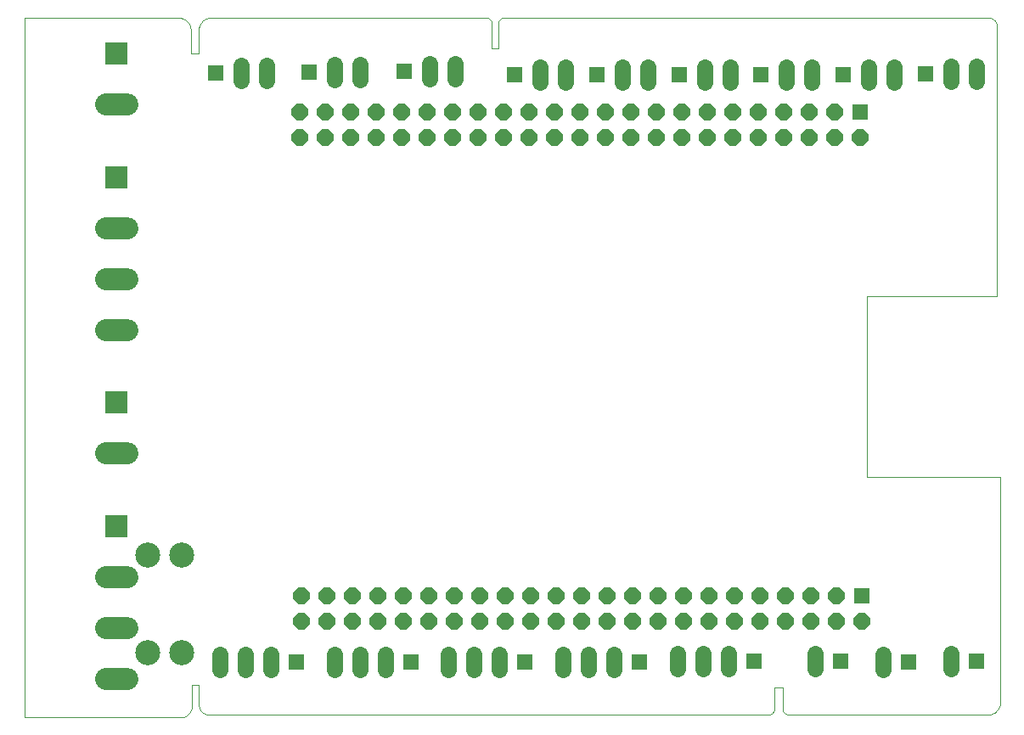
<source format=gbs>
G75*
G70*
%OFA0B0*%
%FSLAX24Y24*%
%IPPOS*%
%LPD*%
%AMOC8*
5,1,8,0,0,1.08239X$1,22.5*
%
%ADD10C,0.0000*%
%ADD11OC8,0.0640*%
%ADD12R,0.0640X0.0640*%
%ADD13C,0.0640*%
%ADD14R,0.0865X0.0865*%
%ADD15C,0.0865*%
%ADD16C,0.0985*%
D10*
X000474Y003346D02*
X006615Y003346D01*
X006616Y003346D02*
X006657Y003350D01*
X006699Y003358D01*
X006739Y003369D01*
X006778Y003384D01*
X006815Y003403D01*
X006851Y003425D01*
X006884Y003450D01*
X006915Y003478D01*
X006944Y003509D01*
X006969Y003542D01*
X006991Y003577D01*
X007010Y003615D01*
X007025Y003654D01*
X007037Y003694D01*
X007044Y003735D01*
X007048Y003777D01*
X007049Y003819D01*
X007049Y004626D01*
X007324Y004626D01*
X007324Y003858D01*
X007323Y003821D01*
X007327Y003784D01*
X007334Y003748D01*
X007344Y003713D01*
X007358Y003679D01*
X007376Y003646D01*
X007396Y003616D01*
X007419Y003587D01*
X007445Y003561D01*
X007474Y003538D01*
X007504Y003517D01*
X007536Y003500D01*
X007570Y003485D01*
X007606Y003475D01*
X007642Y003467D01*
X007678Y003464D01*
X029686Y003464D01*
X029714Y003466D01*
X029742Y003471D01*
X029770Y003479D01*
X029796Y003491D01*
X029820Y003506D01*
X029842Y003523D01*
X029863Y003544D01*
X029880Y003566D01*
X029895Y003590D01*
X029907Y003616D01*
X029915Y003644D01*
X029920Y003672D01*
X029922Y003700D01*
X029923Y003700D02*
X029923Y004527D01*
X030237Y004527D01*
X030237Y003700D01*
X030238Y003700D02*
X030240Y003672D01*
X030245Y003644D01*
X030253Y003616D01*
X030265Y003590D01*
X030280Y003566D01*
X030297Y003544D01*
X030318Y003523D01*
X030340Y003506D01*
X030364Y003491D01*
X030390Y003479D01*
X030418Y003471D01*
X030446Y003466D01*
X030474Y003464D01*
X038249Y003464D01*
X038249Y003465D02*
X038290Y003461D01*
X038332Y003462D01*
X038373Y003465D01*
X038414Y003473D01*
X038454Y003484D01*
X038493Y003498D01*
X038531Y003516D01*
X038566Y003537D01*
X038600Y003561D01*
X038632Y003588D01*
X038661Y003618D01*
X038688Y003650D01*
X038711Y003684D01*
X038732Y003720D01*
X038749Y003758D01*
X038763Y003797D01*
X038773Y003837D01*
X038780Y003878D01*
X038781Y003878D02*
X038781Y012795D01*
X033545Y012795D01*
X033545Y019882D01*
X038663Y019882D01*
X038663Y030511D01*
X038656Y030548D01*
X038645Y030583D01*
X038630Y030617D01*
X038612Y030650D01*
X038591Y030681D01*
X038567Y030709D01*
X038541Y030735D01*
X038512Y030759D01*
X038481Y030779D01*
X038448Y030796D01*
X038413Y030810D01*
X038378Y030820D01*
X038341Y030827D01*
X038304Y030831D01*
X038267Y030830D01*
X038230Y030826D01*
X019273Y030826D01*
X019245Y030819D01*
X019217Y030809D01*
X019192Y030796D01*
X019168Y030780D01*
X019146Y030762D01*
X019126Y030740D01*
X019109Y030717D01*
X019096Y030692D01*
X019085Y030665D01*
X019078Y030637D01*
X019074Y030608D01*
X019073Y030579D01*
X019076Y030551D01*
X019076Y029626D01*
X018820Y029626D01*
X018820Y030551D01*
X018823Y030579D01*
X018822Y030608D01*
X018818Y030637D01*
X018811Y030665D01*
X018800Y030692D01*
X018787Y030717D01*
X018770Y030740D01*
X018750Y030762D01*
X018728Y030780D01*
X018704Y030796D01*
X018679Y030809D01*
X018651Y030819D01*
X018623Y030826D01*
X007797Y030826D01*
X007756Y030824D01*
X007715Y030819D01*
X007675Y030810D01*
X007636Y030798D01*
X007598Y030782D01*
X007561Y030763D01*
X007526Y030741D01*
X007494Y030716D01*
X007463Y030688D01*
X007435Y030657D01*
X007410Y030625D01*
X007388Y030590D01*
X007369Y030553D01*
X007353Y030515D01*
X007341Y030476D01*
X007332Y030436D01*
X007327Y030395D01*
X007325Y030354D01*
X007324Y030354D02*
X007324Y029409D01*
X007009Y029409D01*
X007009Y030354D01*
X007010Y030354D02*
X007006Y030397D01*
X006999Y030439D01*
X006988Y030481D01*
X006973Y030521D01*
X006955Y030560D01*
X006934Y030597D01*
X006909Y030633D01*
X006882Y030666D01*
X006851Y030696D01*
X006819Y030724D01*
X006783Y030749D01*
X006746Y030770D01*
X006707Y030789D01*
X006667Y030804D01*
X006625Y030815D01*
X006583Y030823D01*
X006540Y030826D01*
X006497Y030827D01*
X006497Y030826D02*
X000474Y030826D01*
X000474Y003346D01*
D11*
X011340Y007137D03*
X012340Y007137D03*
X013340Y007137D03*
X014340Y007137D03*
X015340Y007137D03*
X016340Y007137D03*
X017340Y007137D03*
X018340Y007137D03*
X019340Y007137D03*
X020340Y007137D03*
X021340Y007137D03*
X022340Y007137D03*
X023340Y007137D03*
X024340Y007137D03*
X025340Y007137D03*
X026340Y007137D03*
X027340Y007137D03*
X028340Y007137D03*
X029340Y007137D03*
X030340Y007137D03*
X031340Y007137D03*
X032340Y007137D03*
X033340Y007137D03*
X032340Y008137D03*
X031340Y008137D03*
X030340Y008137D03*
X029340Y008137D03*
X028340Y008137D03*
X027340Y008137D03*
X026340Y008137D03*
X025340Y008137D03*
X024340Y008137D03*
X023340Y008137D03*
X022340Y008137D03*
X021340Y008137D03*
X020340Y008137D03*
X019340Y008137D03*
X018340Y008137D03*
X017340Y008137D03*
X016340Y008137D03*
X015340Y008137D03*
X014340Y008137D03*
X013340Y008137D03*
X012340Y008137D03*
X011340Y008137D03*
X011277Y026130D03*
X011277Y027130D03*
X012277Y027130D03*
X013277Y027130D03*
X014277Y027130D03*
X015277Y027130D03*
X016277Y027130D03*
X017277Y027130D03*
X018277Y027130D03*
X019277Y027130D03*
X020277Y027130D03*
X021277Y027130D03*
X022277Y027130D03*
X023277Y027130D03*
X024277Y027130D03*
X025277Y027130D03*
X026277Y027130D03*
X027277Y027130D03*
X028277Y027130D03*
X029277Y027130D03*
X030277Y027130D03*
X031277Y027130D03*
X032277Y027130D03*
X032277Y026130D03*
X033277Y026130D03*
X031277Y026130D03*
X030277Y026130D03*
X029277Y026130D03*
X028277Y026130D03*
X027277Y026130D03*
X026277Y026130D03*
X025277Y026130D03*
X024277Y026130D03*
X023277Y026130D03*
X022277Y026130D03*
X021277Y026130D03*
X020277Y026130D03*
X019277Y026130D03*
X018277Y026130D03*
X017277Y026130D03*
X016277Y026130D03*
X015277Y026130D03*
X014277Y026130D03*
X013277Y026130D03*
X012277Y026130D03*
D12*
X011659Y028681D03*
X007978Y028661D03*
X015379Y028720D03*
X019730Y028602D03*
X022938Y028602D03*
X026167Y028602D03*
X029375Y028602D03*
X032623Y028602D03*
X033277Y027130D03*
X035852Y028641D03*
X033340Y008137D03*
X032509Y005551D03*
X035186Y005511D03*
X037863Y005551D03*
X029100Y005551D03*
X024611Y005511D03*
X020123Y005511D03*
X015635Y005511D03*
X011147Y005511D03*
D13*
X010147Y005211D02*
X010147Y005811D01*
X009147Y005811D02*
X009147Y005211D01*
X008147Y005211D02*
X008147Y005811D01*
X012635Y005811D02*
X012635Y005211D01*
X013635Y005211D02*
X013635Y005811D01*
X014635Y005811D02*
X014635Y005211D01*
X017123Y005211D02*
X017123Y005811D01*
X018123Y005811D02*
X018123Y005211D01*
X019123Y005211D02*
X019123Y005811D01*
X021611Y005811D02*
X021611Y005211D01*
X022611Y005211D02*
X022611Y005811D01*
X023611Y005811D02*
X023611Y005211D01*
X026100Y005251D02*
X026100Y005851D01*
X027100Y005851D02*
X027100Y005251D01*
X028100Y005251D02*
X028100Y005851D01*
X031509Y005851D02*
X031509Y005251D01*
X034186Y005211D02*
X034186Y005811D01*
X036863Y005851D02*
X036863Y005251D01*
X036852Y028341D02*
X036852Y028941D01*
X037852Y028941D02*
X037852Y028341D01*
X034623Y028302D02*
X034623Y028902D01*
X033623Y028902D02*
X033623Y028302D01*
X031375Y028302D02*
X031375Y028902D01*
X030375Y028902D02*
X030375Y028302D01*
X028167Y028302D02*
X028167Y028902D01*
X027167Y028902D02*
X027167Y028302D01*
X024938Y028302D02*
X024938Y028902D01*
X023938Y028902D02*
X023938Y028302D01*
X021730Y028302D02*
X021730Y028902D01*
X020730Y028902D02*
X020730Y028302D01*
X017379Y028420D02*
X017379Y029020D01*
X016379Y029020D02*
X016379Y028420D01*
X013659Y028381D02*
X013659Y028981D01*
X012659Y028981D02*
X012659Y028381D01*
X009978Y028361D02*
X009978Y028961D01*
X008978Y028961D02*
X008978Y028361D01*
D14*
X004088Y029425D03*
X004088Y024574D03*
X004088Y015724D03*
X004088Y010874D03*
D15*
X004500Y008874D02*
X003675Y008874D01*
X003675Y006874D02*
X004500Y006874D01*
X004500Y004874D02*
X003675Y004874D01*
X003675Y013724D02*
X004500Y013724D01*
X004500Y018574D02*
X003675Y018574D01*
X003675Y020574D02*
X004500Y020574D01*
X004500Y022574D02*
X003675Y022574D01*
X003675Y027425D02*
X004500Y027425D01*
D16*
X005316Y009730D03*
X006655Y009730D03*
X006655Y005899D03*
X005316Y005899D03*
M02*

</source>
